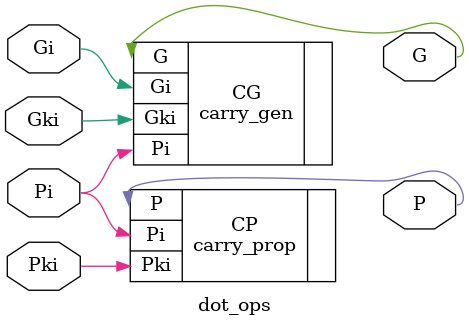
<source format=v>
`timescale 1ns / 1ps

module dot_ops (
	input wire Pi, Gi, Pki, Gki,
	output wire P, G
);

	carry_gen CG (.Pi(Pi), .Gi(Gi), .Gki(Gki), .G(G));
	carry_prop CP (.Pi(Pi), .Pki(Pki), .P(P));

endmodule
</source>
